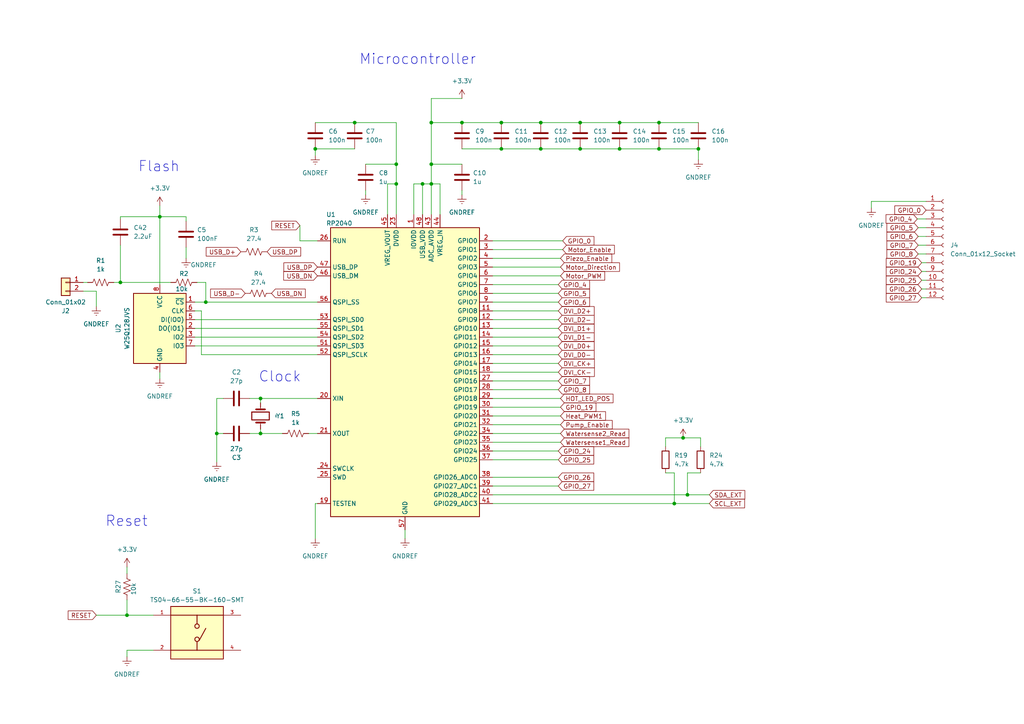
<source format=kicad_sch>
(kicad_sch (version 20230121) (generator eeschema)
  (paper "A4")
  (lib_symbols
    (symbol "Connector:Conn_01x12_Socket" (pin_names (offset 1.016) hide)
      (property "Reference" "J" (at 0 15.24 0))
      (property "Value" "Conn_01x12_Socket" (at 0 -17.78 0))
      (symbol "Conn_01x12_Socket_1_1"
        (arc (start 0 -14.732) (mid -0.5058 -15.24) (end 0 -15.748) (stroke (width 0.1524)))
        (arc (start 0 -12.192) (mid -0.5058 -12.7) (end 0 -13.208) (stroke (width 0.1524)))
        (arc (start 0 -9.652) (mid -0.5058 -10.16) (end 0 -10.668) (stroke (width 0.1524)))
        (arc (start 0 -7.112) (mid -0.5058 -7.62) (end 0 -8.128) (stroke (width 0.1524)))
        (arc (start 0 -4.572) (mid -0.5058 -5.08) (end 0 -5.588) (stroke (width 0.1524)))
        (arc (start 0 -2.032) (mid -0.5058 -2.54) (end 0 -3.048) (stroke (width 0.1524)))
        (polyline (pts (xy -1.27 -15.24) (xy -0.508 -15.24)) (stroke (width 0.1524)))
        (polyline (pts (xy -1.27 -12.7) (xy -0.508 -12.7)) (stroke (width 0.1524)))
        (polyline (pts (xy -1.27 -10.16) (xy -0.508 -10.16)) (stroke (width 0.1524)))
        (polyline (pts (xy -1.27 -7.62) (xy -0.508 -7.62)) (stroke (width 0.1524)))
        (polyline (pts (xy -1.27 -5.08) (xy -0.508 -5.08)) (stroke (width 0.1524)))
        (polyline (pts (xy -1.27 -2.54) (xy -0.508 -2.54)) (stroke (width 0.1524)))
        (polyline (pts (xy -1.27 0) (xy -0.508 0)) (stroke (width 0.1524)))
        (polyline (pts (xy -1.27 2.54) (xy -0.508 2.54)) (stroke (width 0.1524)))
        (polyline (pts (xy -1.27 5.08) (xy -0.508 5.08)) (stroke (width 0.1524)))
        (polyline (pts (xy -1.27 7.62) (xy -0.508 7.62)) (stroke (width 0.1524)))
        (polyline (pts (xy -1.27 10.16) (xy -0.508 10.16)) (stroke (width 0.1524)))
        (polyline (pts (xy -1.27 12.7) (xy -0.508 12.7)) (stroke (width 0.1524)))
        (arc (start 0 0.508) (mid -0.5058 0) (end 0 -0.508) (stroke (width 0.1524)))
        (arc (start 0 3.048) (mid -0.5058 2.54) (end 0 2.032) (stroke (width 0.1524)))
        (arc (start 0 5.588) (mid -0.5058 5.08) (end 0 4.572) (stroke (width 0.1524)))
        (arc (start 0 8.128) (mid -0.5058 7.62) (end 0 7.112) (stroke (width 0.1524)))
        (arc (start 0 10.668) (mid -0.5058 10.16) (end 0 9.652) (stroke (width 0.1524)))
        (arc (start 0 13.208) (mid -0.5058 12.7) (end 0 12.192) (stroke (width 0.1524)))
        (pin passive line (at -5.08 12.7 0) (length 3.81) (name "Pin_1") (number "1"))
        (pin passive line (at -5.08 -10.16 0) (length 3.81) (name "Pin_10") (number "10"))
        (pin passive line (at -5.08 -12.7 0) (length 3.81) (name "Pin_11") (number "11"))
        (pin passive line (at -5.08 -15.24 0) (length 3.81) (name "Pin_12") (number "12"))
        (pin passive line (at -5.08 10.16 0) (length 3.81) (name "Pin_2") (number "2"))
        (pin passive line (at -5.08 7.62 0) (length 3.81) (name "Pin_3") (number "3"))
        (pin passive line (at -5.08 5.08 0) (length 3.81) (name "Pin_4") (number "4"))
        (pin passive line (at -5.08 2.54 0) (length 3.81) (name "Pin_5") (number "5"))
        (pin passive line (at -5.08 0 0) (length 3.81) (name "Pin_6") (number "6"))
        (pin passive line (at -5.08 -2.54 0) (length 3.81) (name "Pin_7") (number "7"))
        (pin passive line (at -5.08 -5.08 0) (length 3.81) (name "Pin_8") (number "8"))
        (pin passive line (at -5.08 -7.62 0) (length 3.81) (name "Pin_9") (number "9"))
      )
    )
    (symbol "Connector_Generic:Conn_01x02" (pin_names (offset 1.016) hide)
      (property "Reference" "J" (at 0 2.54 0))
      (property "Value" "Conn_01x02" (at 0 -5.08 0))
      (symbol "Conn_01x02_1_1"
        (rectangle (start -1.27 -2.413) (end 0 -2.667) (stroke (width 0.1524)))
        (rectangle (start -1.27 0.127) (end 0 -0.127) (stroke (width 0.1524)))
        (rectangle (start -1.27 1.27) (end 1.27 -3.81) (stroke (width 0.254)) (fill (type background)))
        (pin passive line (at -5.08 0 0) (length 3.81) (name "Pin_1") (number "1"))
        (pin passive line (at -5.08 -2.54 0) (length 3.81) (name "Pin_2") (number "2"))
      )
    )
    (symbol "Device:C" (pin_numbers hide) (pin_names (offset 0.254))
      (property "Reference" "C" (at 0.635 2.54 0))
      (property "Value" "C" (at 0.635 -2.54 0))
      (symbol "C_0_1"
        (polyline (pts (xy -2.032 -0.762) (xy 2.032 -0.762)) (stroke (width 0.508)))
        (polyline (pts (xy -2.032 0.762) (xy 2.032 0.762)) (stroke (width 0.508)))
      )
      (symbol "C_1_1"
        (pin passive line (at 0 3.81 270) (length 2.794) (name "~") (number "1"))
        (pin passive line (at 0 -3.81 90) (length 2.794) (name "~") (number "2"))
      )
    )
    (symbol "Device:Crystal" (pin_numbers hide) (pin_names (offset 1.016) hide)
      (property "Reference" "Y" (at 0 3.81 0))
      (property "Value" "Crystal" (at 0 -3.81 0))
      (symbol "Crystal_0_1"
        (rectangle (start -1.143 2.54) (end 1.143 -2.54) (stroke (width 0.3048)))
        (polyline (pts (xy -2.54 0) (xy -1.905 0)))
        (polyline (pts (xy -1.905 -1.27) (xy -1.905 1.27)) (stroke (width 0.508)))
        (polyline (pts (xy 1.905 -1.27) (xy 1.905 1.27)) (stroke (width 0.508)))
        (polyline (pts (xy 2.54 0) (xy 1.905 0)))
      )
      (symbol "Crystal_1_1"
        (pin passive line (at -3.81 0 0) (length 1.27) (name "1") (number "1"))
        (pin passive line (at 3.81 0 180) (length 1.27) (name "2") (number "2"))
      )
    )
    (symbol "Device:R" (pin_numbers hide) (pin_names (offset 0))
      (property "Reference" "R" (at 2.032 0 90))
      (property "Value" "R" (at 0 0 90))
      (symbol "R_0_1"
        (rectangle (start -1.016 -2.54) (end 1.016 2.54) (stroke (width 0.254)))
      )
      (symbol "R_1_1"
        (pin passive line (at 0 3.81 270) (length 1.27) (name "~") (number "1"))
        (pin passive line (at 0 -3.81 90) (length 1.27) (name "~") (number "2"))
      )
    )
    (symbol "Device:R_US" (pin_numbers hide) (pin_names (offset 0))
      (property "Reference" "R" (at 2.54 0 90))
      (property "Value" "R_US" (at -2.54 0 90))
      (symbol "R_US_0_1"
        (polyline (pts (xy 0 -2.286) (xy 0 -2.54)))
        (polyline (pts (xy 0 2.286) (xy 0 2.54)))
        (polyline (pts (xy 0 -0.762) (xy 1.016 -1.143) (xy 0 -1.524) (xy -1.016 -1.905) (xy 0 -2.286)))
        (polyline (pts (xy 0 0.762) (xy 1.016 0.381) (xy 0 0) (xy -1.016 -0.381) (xy 0 -0.762)))
        (polyline (pts (xy 0 2.286) (xy 1.016 1.905) (xy 0 1.524) (xy -1.016 1.143) (xy 0 0.762)))
      )
      (symbol "R_US_1_1"
        (pin passive line (at 0 3.81 270) (length 1.27) (name "~") (number "1"))
        (pin passive line (at 0 -3.81 90) (length 1.27) (name "~") (number "2"))
      )
    )
    (symbol "MCU_RaspberryPi:RP2040"
      (property "Reference" "U" (at 17.78 45.72 0))
      (property "Value" "RP2040" (at 17.78 43.18 0))
      (symbol "RP2040_0_1"
        (rectangle (start -21.59 41.91) (end 21.59 -41.91) (stroke (width 0.254)) (fill (type background)))
      )
      (symbol "RP2040_1_1"
        (pin power_in line (at 2.54 45.72 270) (length 3.81) (name "IOVDD") (number "1"))
        (pin passive line (at 2.54 45.72 270) (length 3.81) hide (name "IOVDD") (number "10"))
        (pin bidirectional line (at 25.4 17.78 180) (length 3.81) (name "GPIO8") (number "11"))
        (pin bidirectional line (at 25.4 15.24 180) (length 3.81) (name "GPIO9") (number "12"))
        (pin bidirectional line (at 25.4 12.7 180) (length 3.81) (name "GPIO10") (number "13"))
        (pin bidirectional line (at 25.4 10.16 180) (length 3.81) (name "GPIO11") (number "14"))
        (pin bidirectional line (at 25.4 7.62 180) (length 3.81) (name "GPIO12") (number "15"))
        (pin bidirectional line (at 25.4 5.08 180) (length 3.81) (name "GPIO13") (number "16"))
        (pin bidirectional line (at 25.4 2.54 180) (length 3.81) (name "GPIO14") (number "17"))
        (pin bidirectional line (at 25.4 0 180) (length 3.81) (name "GPIO15") (number "18"))
        (pin input line (at -25.4 -38.1 0) (length 3.81) (name "TESTEN") (number "19"))
        (pin bidirectional line (at 25.4 38.1 180) (length 3.81) (name "GPIO0") (number "2"))
        (pin input line (at -25.4 -7.62 0) (length 3.81) (name "XIN") (number "20"))
        (pin passive line (at -25.4 -17.78 0) (length 3.81) (name "XOUT") (number "21"))
        (pin passive line (at 2.54 45.72 270) (length 3.81) hide (name "IOVDD") (number "22"))
        (pin power_in line (at -2.54 45.72 270) (length 3.81) (name "DVDD") (number "23"))
        (pin input line (at -25.4 -27.94 0) (length 3.81) (name "SWCLK") (number "24"))
        (pin bidirectional line (at -25.4 -30.48 0) (length 3.81) (name "SWD") (number "25"))
        (pin input line (at -25.4 38.1 0) (length 3.81) (name "RUN") (number "26"))
        (pin bidirectional line (at 25.4 -2.54 180) (length 3.81) (name "GPIO16") (number "27"))
        (pin bidirectional line (at 25.4 -5.08 180) (length 3.81) (name "GPIO17") (number "28"))
        (pin bidirectional line (at 25.4 -7.62 180) (length 3.81) (name "GPIO18") (number "29"))
        (pin bidirectional line (at 25.4 35.56 180) (length 3.81) (name "GPIO1") (number "3"))
        (pin bidirectional line (at 25.4 -10.16 180) (length 3.81) (name "GPIO19") (number "30"))
        (pin bidirectional line (at 25.4 -12.7 180) (length 3.81) (name "GPIO20") (number "31"))
        (pin bidirectional line (at 25.4 -15.24 180) (length 3.81) (name "GPIO21") (number "32"))
        (pin passive line (at 2.54 45.72 270) (length 3.81) hide (name "IOVDD") (number "33"))
        (pin bidirectional line (at 25.4 -17.78 180) (length 3.81) (name "GPIO22") (number "34"))
        (pin bidirectional line (at 25.4 -20.32 180) (length 3.81) (name "GPIO23") (number "35"))
        (pin bidirectional line (at 25.4 -22.86 180) (length 3.81) (name "GPIO24") (number "36"))
        (pin bidirectional line (at 25.4 -25.4 180) (length 3.81) (name "GPIO25") (number "37"))
        (pin bidirectional line (at 25.4 -30.48 180) (length 3.81) (name "GPIO26_ADC0") (number "38"))
        (pin bidirectional line (at 25.4 -33.02 180) (length 3.81) (name "GPIO27_ADC1") (number "39"))
        (pin bidirectional line (at 25.4 33.02 180) (length 3.81) (name "GPIO2") (number "4"))
        (pin bidirectional line (at 25.4 -35.56 180) (length 3.81) (name "GPIO28_ADC2") (number "40"))
        (pin bidirectional line (at 25.4 -38.1 180) (length 3.81) (name "GPIO29_ADC3") (number "41"))
        (pin passive line (at 2.54 45.72 270) (length 3.81) hide (name "IOVDD") (number "42"))
        (pin power_in line (at 7.62 45.72 270) (length 3.81) (name "ADC_AVDD") (number "43"))
        (pin power_in line (at 10.16 45.72 270) (length 3.81) (name "VREG_IN") (number "44"))
        (pin power_out line (at -5.08 45.72 270) (length 3.81) (name "VREG_VOUT") (number "45"))
        (pin bidirectional line (at -25.4 27.94 0) (length 3.81) (name "USB_DM") (number "46"))
        (pin bidirectional line (at -25.4 30.48 0) (length 3.81) (name "USB_DP") (number "47"))
        (pin power_in line (at 5.08 45.72 270) (length 3.81) (name "USB_VDD") (number "48"))
        (pin passive line (at 2.54 45.72 270) (length 3.81) hide (name "IOVDD") (number "49"))
        (pin bidirectional line (at 25.4 30.48 180) (length 3.81) (name "GPIO3") (number "5"))
        (pin passive line (at -2.54 45.72 270) (length 3.81) hide (name "DVDD") (number "50"))
        (pin bidirectional line (at -25.4 7.62 0) (length 3.81) (name "QSPI_SD3") (number "51"))
        (pin output line (at -25.4 5.08 0) (length 3.81) (name "QSPI_SCLK") (number "52"))
        (pin bidirectional line (at -25.4 15.24 0) (length 3.81) (name "QSPI_SD0") (number "53"))
        (pin bidirectional line (at -25.4 10.16 0) (length 3.81) (name "QSPI_SD2") (number "54"))
        (pin bidirectional line (at -25.4 12.7 0) (length 3.81) (name "QSPI_SD1") (number "55"))
        (pin bidirectional line (at -25.4 20.32 0) (length 3.81) (name "QSPI_SS") (number "56"))
        (pin power_in line (at 0 -45.72 90) (length 3.81) (name "GND") (number "57"))
        (pin bidirectional line (at 25.4 27.94 180) (length 3.81) (name "GPIO4") (number "6"))
        (pin bidirectional line (at 25.4 25.4 180) (length 3.81) (name "GPIO5") (number "7"))
        (pin bidirectional line (at 25.4 22.86 180) (length 3.81) (name "GPIO6") (number "8"))
        (pin bidirectional line (at 25.4 20.32 180) (length 3.81) (name "GPIO7") (number "9"))
      )
    )
    (symbol "Memory_Flash:W25Q128JVS"
      (property "Reference" "U" (at -8.89 8.89 0))
      (property "Value" "W25Q128JVS" (at 7.62 8.89 0))
      (symbol "W25Q128JVS_0_1"
        (rectangle (start -7.62 10.16) (end 7.62 -10.16) (stroke (width 0.254)) (fill (type background)))
      )
      (symbol "W25Q128JVS_1_1"
        (pin input line (at -10.16 7.62 0) (length 2.54) (name "~{CS}") (number "1"))
        (pin bidirectional line (at -10.16 0 0) (length 2.54) (name "DO(IO1)") (number "2"))
        (pin bidirectional line (at -10.16 -2.54 0) (length 2.54) (name "IO2") (number "3"))
        (pin power_in line (at 0 -12.7 90) (length 2.54) (name "GND") (number "4"))
        (pin bidirectional line (at -10.16 2.54 0) (length 2.54) (name "DI(IO0)") (number "5"))
        (pin input line (at -10.16 5.08 0) (length 2.54) (name "CLK") (number "6"))
        (pin bidirectional line (at -10.16 -5.08 0) (length 2.54) (name "IO3") (number "7"))
        (pin power_in line (at 0 12.7 270) (length 2.54) (name "VCC") (number "8"))
      )
    )
    (symbol "RESETBUTTON:TS04-66-55-BK-160-SMT" (pin_names (offset 1.016))
      (property "Reference" "S" (at -7.62 8.382 0))
      (property "Value" "TS04-66-55-BK-160-SMT" (at -7.62 -8.382 0))
      (symbol "TS04-66-55-BK-160-SMT_0_0"
        (rectangle (start -7.62 -7.62) (end 7.62 7.62) (stroke (width 0.254)) (fill (type background)))
        (circle (center 0 -1.905) (radius 0.635) (stroke (width 0.254)))
        (polyline (pts (xy 0 -5.08) (xy -7.62 -5.08)) (stroke (width 0.254)))
        (polyline (pts (xy 0 -5.08) (xy 7.62 -5.08)) (stroke (width 0.254)))
        (polyline (pts (xy 0 -2.54) (xy 0 -5.08)) (stroke (width 0.254)))
        (polyline (pts (xy 0 5.08) (xy -7.62 5.08)) (stroke (width 0.254)))
        (polyline (pts (xy 0 5.08) (xy 0 2.54)) (stroke (width 0.254)))
        (polyline (pts (xy 0 5.08) (xy 7.62 5.08)) (stroke (width 0.254)))
        (polyline (pts (xy 0.635 -2.2225) (xy 2.54 1.27)) (stroke (width 0.254)))
        (circle (center 0 1.905) (radius 0.635) (stroke (width 0.254)))
        (pin passive line (at -12.7 5.08 0) (length 5.08) (name "~") (number "1"))
        (pin passive line (at -12.7 -5.08 0) (length 5.08) (name "~") (number "2"))
        (pin passive line (at 12.7 5.08 180) (length 5.08) (name "~") (number "3"))
        (pin passive line (at 12.7 -5.08 180) (length 5.08) (name "~") (number "4"))
      )
    )
    (symbol "power:+3.3V" (power) (pin_names (offset 0))
      (property "Value" "+3.3V" (at 0 3.556 0))
      (symbol "+3.3V_0_1"
        (polyline (pts (xy -0.762 1.27) (xy 0 2.54)))
        (polyline (pts (xy 0 0) (xy 0 2.54)))
        (polyline (pts (xy 0 2.54) (xy 0.762 1.27)))
      )
      (symbol "+3.3V_1_1"
        (pin power_in line (at 0 0 90) (length 0) hide (name "+3.3V") (number "1"))
      )
    )
    (symbol "power:GNDREF" (power) (pin_names (offset 0))
      (property "Value" "GNDREF" (at 0 -3.81 0))
      (symbol "GNDREF_0_1"
        (polyline (pts (xy -0.635 -1.905) (xy 0.635 -1.905)))
        (polyline (pts (xy -0.127 -2.54) (xy 0.127 -2.54)))
        (polyline (pts (xy 0 -1.27) (xy 0 0)))
        (polyline (pts (xy 1.27 -1.27) (xy -1.27 -1.27)))
      )
      (symbol "GNDREF_1_1"
        (pin power_in line (at 0 0 270) (length 0) hide (name "GNDREF") (number "1"))
      )
    )
  )
  (junction (at 122.555 53.34))
  (junction (at 168.275 35.56))
  (junction (at 125.095 53.34))
  (junction (at 179.705 35.56))
  (junction (at 36.83 178.435))
  (junction (at 75.565 125.73))
  (junction (at 46.355 62.865))
  (junction (at 125.095 47.625))
  (junction (at 91.44 43.18))
  (junction (at 191.135 35.56))
  (junction (at 102.87 35.56))
  (junction (at 145.415 35.56))
  (junction (at 34.925 81.915))
  (junction (at 191.135 43.18))
  (junction (at 195.58 146.05))
  (junction (at 145.415 43.18))
  (junction (at 156.845 43.18))
  (junction (at 125.095 35.56))
  (junction (at 199.39 143.51))
  (junction (at 179.705 43.18))
  (junction (at 168.275 43.18))
  (junction (at 156.845 35.56))
  (junction (at 133.985 35.56))
  (junction (at 75.565 115.57))
  (junction (at 114.935 47.625))
  (junction (at 62.865 125.73))
  (junction (at 202.565 43.18))
  (junction (at 114.935 53.34))
  (junction (at 198.12 127))
  (junction (at 59.69 87.63))
  (wire (pts (xy 27.94 84.455) (xy 27.94 88.9)))
  (wire (pts (xy 34.925 81.915) (xy 49.53 81.915)))
  (wire (pts (xy 34.925 62.865) (xy 46.355 62.865)))
  (wire (pts (xy 203.2 127) (xy 203.2 129.54)))
  (wire (pts (xy 266.319 68.58) (xy 268.605 68.58)))
  (wire (pts (xy 86.995 65.405) (xy 86.995 69.85)))
  (wire (pts (xy 91.44 146.05) (xy 91.44 156.21)))
  (wire (pts (xy 191.135 43.18) (xy 202.565 43.18)))
  (wire (pts (xy 142.875 146.05) (xy 195.58 146.05)))
  (wire (pts (xy 62.865 125.73) (xy 64.77 125.73)))
  (wire (pts (xy 125.095 28.575) (xy 133.985 28.575)))
  (wire (pts (xy 193.04 129.54) (xy 193.04 127)))
  (wire (pts (xy 142.875 69.85) (xy 163.195 69.85)))
  (wire (pts (xy 127.635 53.34) (xy 125.095 53.34)))
  (wire (pts (xy 64.77 115.57) (xy 62.865 115.57)))
  (wire (pts (xy 56.515 97.79) (xy 92.075 97.79)))
  (wire (pts (xy 267.335 83.82) (xy 268.605 83.82)))
  (wire (pts (xy 36.83 164.465) (xy 36.83 166.37)))
  (wire (pts (xy 142.875 102.87) (xy 161.925 102.87)))
  (wire (pts (xy 106.045 47.625) (xy 114.935 47.625)))
  (wire (pts (xy 56.515 92.71) (xy 92.075 92.71)))
  (wire (pts (xy 142.875 90.17) (xy 161.925 90.17)))
  (wire (pts (xy 156.845 35.56) (xy 168.275 35.56)))
  (wire (pts (xy 75.565 115.57) (xy 92.075 115.57)))
  (wire (pts (xy 142.875 120.65) (xy 162.56 120.65)))
  (wire (pts (xy 179.705 35.56) (xy 191.135 35.56)))
  (wire (pts (xy 91.44 43.18) (xy 91.44 45.085)))
  (wire (pts (xy 267.335 81.28) (xy 268.605 81.28)))
  (wire (pts (xy 57.15 81.915) (xy 59.69 81.915)))
  (wire (pts (xy 112.395 62.23) (xy 112.395 53.34)))
  (wire (pts (xy 36.83 178.435) (xy 44.45 178.435)))
  (wire (pts (xy 114.935 35.56) (xy 114.935 47.625)))
  (wire (pts (xy 142.875 92.71) (xy 161.925 92.71)))
  (wire (pts (xy 24.13 84.455) (xy 27.94 84.455)))
  (wire (pts (xy 142.875 85.09) (xy 161.925 85.09)))
  (wire (pts (xy 56.515 100.33) (xy 92.075 100.33)))
  (wire (pts (xy 168.275 43.18) (xy 179.705 43.18)))
  (wire (pts (xy 58.42 90.17) (xy 58.42 102.87)))
  (wire (pts (xy 46.355 107.95) (xy 46.355 109.855)))
  (wire (pts (xy 114.935 47.625) (xy 114.935 53.34)))
  (wire (pts (xy 142.875 113.03) (xy 161.925 113.03)))
  (wire (pts (xy 203.2 137.16) (xy 199.39 137.16)))
  (wire (pts (xy 75.565 124.46) (xy 75.565 125.73)))
  (wire (pts (xy 56.515 90.17) (xy 58.42 90.17)))
  (wire (pts (xy 267.335 76.2) (xy 268.605 76.2)))
  (wire (pts (xy 120.015 62.23) (xy 120.015 53.34)))
  (wire (pts (xy 127.635 62.23) (xy 127.635 53.34)))
  (wire (pts (xy 122.555 53.34) (xy 125.095 53.34)))
  (wire (pts (xy 191.135 35.56) (xy 202.565 35.56)))
  (wire (pts (xy 86.995 69.85) (xy 92.075 69.85)))
  (wire (pts (xy 161.925 138.43) (xy 142.875 138.43)))
  (wire (pts (xy 142.875 143.51) (xy 199.39 143.51)))
  (wire (pts (xy 117.475 153.67) (xy 117.475 156.21)))
  (wire (pts (xy 59.69 87.63) (xy 92.075 87.63)))
  (wire (pts (xy 199.39 137.16) (xy 199.39 143.51)))
  (wire (pts (xy 24.13 81.915) (xy 25.4 81.915)))
  (wire (pts (xy 267.335 86.36) (xy 268.605 86.36)))
  (wire (pts (xy 142.875 95.25) (xy 161.925 95.25)))
  (wire (pts (xy 133.985 55.245) (xy 133.985 56.515)))
  (wire (pts (xy 34.925 63.5) (xy 34.925 62.865)))
  (wire (pts (xy 142.875 133.35) (xy 161.925 133.35)))
  (wire (pts (xy 56.515 87.63) (xy 59.69 87.63)))
  (wire (pts (xy 162.56 118.11) (xy 142.875 118.11)))
  (wire (pts (xy 91.44 43.18) (xy 102.87 43.18)))
  (wire (pts (xy 252.73 58.42) (xy 252.73 60.325)))
  (wire (pts (xy 58.42 102.87) (xy 92.075 102.87)))
  (wire (pts (xy 179.705 43.18) (xy 191.135 43.18)))
  (wire (pts (xy 114.935 53.34) (xy 114.935 62.23)))
  (wire (pts (xy 142.875 110.49) (xy 161.925 110.49)))
  (wire (pts (xy 56.515 95.25) (xy 92.075 95.25)))
  (wire (pts (xy 75.565 125.73) (xy 81.915 125.73)))
  (wire (pts (xy 142.875 80.01) (xy 162.56 80.01)))
  (wire (pts (xy 44.45 188.595) (xy 36.83 188.595)))
  (wire (pts (xy 199.39 143.51) (xy 205.74 143.51)))
  (wire (pts (xy 142.875 128.27) (xy 162.56 128.27)))
  (wire (pts (xy 112.395 53.34) (xy 114.935 53.34)))
  (wire (pts (xy 89.535 125.73) (xy 92.075 125.73)))
  (wire (pts (xy 36.83 178.435) (xy 27.94 178.435)))
  (wire (pts (xy 53.975 71.755) (xy 53.975 74.93)))
  (wire (pts (xy 161.925 140.97) (xy 142.875 140.97)))
  (wire (pts (xy 195.58 146.05) (xy 205.74 146.05)))
  (wire (pts (xy 122.555 62.23) (xy 122.555 53.34)))
  (wire (pts (xy 198.12 127) (xy 203.2 127)))
  (wire (pts (xy 142.875 125.73) (xy 162.56 125.73)))
  (wire (pts (xy 142.875 100.33) (xy 161.925 100.33)))
  (wire (pts (xy 142.875 77.47) (xy 162.56 77.47)))
  (wire (pts (xy 202.565 43.18) (xy 202.565 46.355)))
  (wire (pts (xy 142.875 123.19) (xy 162.56 123.19)))
  (wire (pts (xy 142.875 82.55) (xy 161.925 82.55)))
  (wire (pts (xy 142.875 107.95) (xy 161.925 107.95)))
  (wire (pts (xy 266.319 66.04) (xy 268.605 66.04)))
  (wire (pts (xy 145.415 35.56) (xy 156.845 35.56)))
  (wire (pts (xy 266.319 73.66) (xy 268.605 73.66)))
  (wire (pts (xy 106.045 55.245) (xy 106.045 56.515)))
  (wire (pts (xy 91.44 146.05) (xy 92.075 146.05)))
  (wire (pts (xy 195.58 137.16) (xy 195.58 146.05)))
  (wire (pts (xy 72.39 115.57) (xy 75.565 115.57)))
  (wire (pts (xy 62.865 115.57) (xy 62.865 125.73)))
  (wire (pts (xy 142.875 105.41) (xy 161.925 105.41)))
  (wire (pts (xy 53.975 62.865) (xy 53.975 64.135)))
  (wire (pts (xy 91.44 35.56) (xy 102.87 35.56)))
  (wire (pts (xy 59.69 87.63) (xy 59.69 81.915)))
  (wire (pts (xy 46.355 59.69) (xy 46.355 62.865)))
  (wire (pts (xy 125.095 35.56) (xy 125.095 47.625)))
  (wire (pts (xy 142.875 97.79) (xy 161.925 97.79)))
  (wire (pts (xy 125.095 35.56) (xy 133.985 35.56)))
  (wire (pts (xy 142.875 115.57) (xy 162.56 115.57)))
  (wire (pts (xy 142.875 87.63) (xy 161.925 87.63)))
  (wire (pts (xy 168.275 35.56) (xy 179.705 35.56)))
  (wire (pts (xy 72.39 125.73) (xy 75.565 125.73)))
  (wire (pts (xy 62.865 125.73) (xy 62.865 133.985)))
  (wire (pts (xy 195.58 137.16) (xy 193.04 137.16)))
  (wire (pts (xy 46.355 62.865) (xy 46.355 82.55)))
  (wire (pts (xy 267.335 78.74) (xy 268.605 78.74)))
  (wire (pts (xy 33.02 81.915) (xy 34.925 81.915)))
  (wire (pts (xy 125.095 53.34) (xy 125.095 62.23)))
  (wire (pts (xy 46.355 62.865) (xy 53.975 62.865)))
  (wire (pts (xy 156.845 43.18) (xy 168.275 43.18)))
  (wire (pts (xy 266.065 63.5) (xy 268.605 63.5)))
  (wire (pts (xy 120.015 53.34) (xy 122.555 53.34)))
  (wire (pts (xy 142.875 72.39) (xy 163.195 72.39)))
  (wire (pts (xy 125.095 47.625) (xy 133.985 47.625)))
  (wire (pts (xy 34.925 81.915) (xy 34.925 71.12)))
  (wire (pts (xy 142.875 74.93) (xy 162.56 74.93)))
  (wire (pts (xy 268.605 58.42) (xy 252.73 58.42)))
  (wire (pts (xy 133.985 35.56) (xy 145.415 35.56)))
  (wire (pts (xy 36.83 173.99) (xy 36.83 178.435)))
  (wire (pts (xy 125.095 47.625) (xy 125.095 53.34)))
  (wire (pts (xy 266.319 71.12) (xy 268.605 71.12)))
  (wire (pts (xy 36.83 188.595) (xy 36.83 190.5)))
  (wire (pts (xy 145.415 43.18) (xy 156.845 43.18)))
  (wire (pts (xy 75.565 116.84) (xy 75.565 115.57)))
  (wire (pts (xy 193.04 127) (xy 198.12 127)))
  (wire (pts (xy 142.875 130.81) (xy 161.925 130.81)))
  (wire (pts (xy 133.985 43.18) (xy 145.415 43.18)))
  (wire (pts (xy 125.095 28.575) (xy 125.095 35.56)))
  (wire (pts (xy 102.87 35.56) (xy 114.935 35.56)))
  (text "Microcontroller" (at 104.14 19.05 0) (effects (font (size 3 3)) (justify left bottom)))
  (text "Flash" (at 40.005 50.165 0) (effects (font (size 3 3)) (justify left bottom)))
  (text "Reset" (at 30.48 153.035 0) (effects (font (size 3 3)) (justify left bottom)))
  (text "Clock" (at 74.93 111.125 0) (effects (font (size 3 3)) (justify left bottom)))
  (global_label "SCL_EXT" (shape input) (at 205.74 146.05 0) (property "Intersheetrefs" "${INTERSHEET_REFS}" (effects hide)))
  (global_label "Motor_PWM" (shape input) (at 162.56 80.01 0) (property "Intersheetrefs" "${INTERSHEET_REFS}" (effects hide)))
  (global_label "USB_D-" (shape input) (at 71.12 85.09 180) (property "Intersheetrefs" "${INTERSHEET_REFS}" (effects hide)))
  (global_label "GPIO_27" (shape input) (at 267.335 86.36 180) (property "Intersheetrefs" "${INTERSHEET_REFS}" (effects hide)))
  (global_label "RESET" (shape input) (at 86.995 65.405 180) (property "Intersheetrefs" "${INTERSHEET_REFS}" (effects hide)))
  (global_label "GPIO_0" (shape input) (at 268.605 60.96 180) (property "Intersheetrefs" "${INTERSHEET_REFS}" (effects hide)))
  (global_label "DVI_D0+" (shape input) (at 161.925 100.33 0) (property "Intersheetrefs" "${INTERSHEET_REFS}" (effects hide)))
  (global_label "USB_D+" (shape input) (at 69.85 73.025 180) (property "Intersheetrefs" "${INTERSHEET_REFS}" (effects hide)))
  (global_label "GPIO_4" (shape input) (at 266.065 63.5 180) (property "Intersheetrefs" "${INTERSHEET_REFS}" (effects hide)))
  (global_label "GPIO_7" (shape input) (at 266.319 71.12 180) (property "Intersheetrefs" "${INTERSHEET_REFS}" (effects hide)))
  (global_label "USB_DN" (shape input) (at 92.075 80.01 180) (property "Intersheetrefs" "${INTERSHEET_REFS}" (effects hide)))
  (global_label "DVI_D0-" (shape input) (at 161.925 102.87 0) (property "Intersheetrefs" "${INTERSHEET_REFS}" (effects hide)))
  (global_label "USB_DP" (shape input) (at 77.47 73.025 0) (property "Intersheetrefs" "${INTERSHEET_REFS}" (effects hide)))
  (global_label "GPIO_6" (shape input) (at 161.925 87.63 0) (property "Intersheetrefs" "${INTERSHEET_REFS}" (effects hide)))
  (global_label "USB_DN" (shape input) (at 78.74 85.09 0) (property "Intersheetrefs" "${INTERSHEET_REFS}" (effects hide)))
  (global_label "GPIO_5" (shape input) (at 266.319 66.04 180) (property "Intersheetrefs" "${INTERSHEET_REFS}" (effects hide)))
  (global_label "RESET" (shape input) (at 27.94 178.435 180) (property "Intersheetrefs" "${INTERSHEET_REFS}" (effects hide)))
  (global_label "DVI_CK-" (shape input) (at 161.925 107.95 0) (property "Intersheetrefs" "${INTERSHEET_REFS}" (effects hide)))
  (global_label "DVI_D1-" (shape input) (at 161.925 97.79 0) (property "Intersheetrefs" "${INTERSHEET_REFS}" (effects hide)))
  (global_label "GPIO_5" (shape input) (at 161.925 85.09 0) (property "Intersheetrefs" "${INTERSHEET_REFS}" (effects hide)))
  (global_label "DVI_CK+" (shape input) (at 161.925 105.41 0) (property "Intersheetrefs" "${INTERSHEET_REFS}" (effects hide)))
  (global_label "Piezo_Enable" (shape input) (at 162.56 74.93 0) (property "Intersheetrefs" "${INTERSHEET_REFS}" (effects hide)))
  (global_label "GPIO_19" (shape input) (at 267.335 76.2 180) (property "Intersheetrefs" "${INTERSHEET_REFS}" (effects hide)))
  (global_label "GPIO_8" (shape input) (at 266.319 73.66 180) (property "Intersheetrefs" "${INTERSHEET_REFS}" (effects hide)))
  (global_label "GPIO_6" (shape input) (at 266.319 68.58 180) (property "Intersheetrefs" "${INTERSHEET_REFS}" (effects hide)))
  (global_label "GPIO_4" (shape input) (at 161.925 82.55 0) (property "Intersheetrefs" "${INTERSHEET_REFS}" (effects hide)))
  (global_label "DVI_D2+" (shape input) (at 161.925 90.17 0) (property "Intersheetrefs" "${INTERSHEET_REFS}" (effects hide)))
  (global_label "GPIO_0" (shape input) (at 163.195 69.85 0) (property "Intersheetrefs" "${INTERSHEET_REFS}" (effects hide)))
  (global_label "GPIO_25" (shape input) (at 161.925 133.35 0) (property "Intersheetrefs" "${INTERSHEET_REFS}" (effects hide)))
  (global_label "DVI_D1+" (shape input) (at 161.925 95.25 0) (property "Intersheetrefs" "${INTERSHEET_REFS}" (effects hide)))
  (global_label "Watersense1_Read" (shape input) (at 162.56 128.27 0) (property "Intersheetrefs" "${INTERSHEET_REFS}" (effects hide)))
  (global_label "Motor_Enable" (shape input) (at 163.195 72.39 0) (property "Intersheetrefs" "${INTERSHEET_REFS}" (effects hide)))
  (global_label "Heat_PWM1" (shape input) (at 162.56 120.65 0) (property "Intersheetrefs" "${INTERSHEET_REFS}" (effects hide)))
  (global_label "GPIO_26" (shape input) (at 267.335 83.82 180) (property "Intersheetrefs" "${INTERSHEET_REFS}" (effects hide)))
  (global_label "GPIO_25" (shape input) (at 267.335 81.28 180) (property "Intersheetrefs" "${INTERSHEET_REFS}" (effects hide)))
  (global_label "GPIO_19" (shape input) (at 162.56 118.11 0) (property "Intersheetrefs" "${INTERSHEET_REFS}" (effects hide)))
  (global_label "DVI_D2-" (shape input) (at 161.925 92.71 0) (property "Intersheetrefs" "${INTERSHEET_REFS}" (effects hide)))
  (global_label "SDA_EXT" (shape input) (at 205.74 143.51 0) (property "Intersheetrefs" "${INTERSHEET_REFS}" (effects hide)))
  (global_label "Watersense2_Read" (shape input) (at 162.56 125.73 0) (property "Intersheetrefs" "${INTERSHEET_REFS}" (effects hide)))
  (global_label "GPIO_24" (shape input) (at 161.925 130.81 0) (property "Intersheetrefs" "${INTERSHEET_REFS}" (effects hide)))
  (global_label "USB_DP" (shape input) (at 92.075 77.47 180) (property "Intersheetrefs" "${INTERSHEET_REFS}" (effects hide)))
  (global_label "GPIO_24" (shape input) (at 267.335 78.74 180) (property "Intersheetrefs" "${INTERSHEET_REFS}" (effects hide)))
  (global_label "Pump_Enable" (shape input) (at 162.56 123.19 0) (property "Intersheetrefs" "${INTERSHEET_REFS}" (effects hide)))
  (global_label "HOT_LED_POS" (shape input) (at 162.56 115.57 0) (property "Intersheetrefs" "${INTERSHEET_REFS}" (effects hide)))
  (global_label "Motor_Direction" (shape input) (at 162.56 77.47 0) (property "Intersheetrefs" "${INTERSHEET_REFS}" (effects hide)))
  (global_label "GPIO_27" (shape input) (at 161.925 140.97 0) (property "Intersheetrefs" "${INTERSHEET_REFS}" (effects hide)))
  (global_label "GPIO_8" (shape input) (at 161.925 113.03 0) (property "Intersheetrefs" "${INTERSHEET_REFS}" (effects hide)))
  (global_label "GPIO_7" (shape input) (at 161.925 110.49 0) (property "Intersheetrefs" "${INTERSHEET_REFS}" (effects hide)))
  (global_label "GPIO_26" (shape input) (at 161.925 138.43 0) (property "Intersheetrefs" "${INTERSHEET_REFS}" (effects hide)))
  (symbol (lib_id "power:GNDREF") (at 91.44 156.21 0) (mirror y) (unit 1)
    (property "Reference" "#PWR02" (effects hide))
    (property "Value" "GNDREF" (at 91.44 161.29 0))
  )
  (symbol (lib_id "power:GNDREF") (at 117.475 156.21 0) (unit 1)
    (property "Reference" "#PWR01" (effects hide))
    (property "Value" "GNDREF" (at 117.475 161.29 0))
  )
  (symbol (lib_id "RESETBUTTON:TS04-66-55-BK-160-SMT") (at 57.15 183.515 0) (unit 1)
    (property "Reference" "S1" (at 57.15 171.45 0))
    (property "Value" "TS04-66-55-BK-160-SMT" (at 57.15 173.99 0))
    (property "Footprint" "footprints:RESETBUTTON" (effects hide))
    (property "PARTREV" "1.0" (effects hide))
    (property "MANUFACTURER" "CUI Devices" (effects hide))
    (property "STANDARD" "Manufacturer Recommendations" (effects hide))
  )
  (symbol (lib_id "power:+3.3V") (at 36.83 164.465 0) (unit 1)
    (property "Reference" "#PWR080" (effects hide))
    (property "Value" "+3.3V" (at 36.83 159.385 0))
  )
  (symbol (lib_id "Device:R_US") (at 29.21 81.915 90) (unit 1)
    (property "Reference" "R1" (at 29.21 75.565 90))
    (property "Value" "1k" (at 29.21 78.105 90))
    (property "Footprint" "footprints:RESC2012X60N" (effects hide))
  )
  (symbol (lib_id "Connector:Conn_01x12_Socket") (at 273.685 71.12 0) (unit 1)
    (property "Reference" "J4" (at 275.59 71.12 0) (effects (justify left)))
    (property "Value" "Conn_01x12_Socket" (at 275.59 73.66 0) (effects (justify left)))
    (property "Footprint" "Connector_PinSocket_2.54mm:PinSocket_1x12_P2.54mm_Vertical" (effects hide))
  )
  (symbol (lib_id "power:GNDREF") (at 53.975 74.93 0) (mirror y) (unit 1)
    (property "Reference" "#PWR011" (effects hide))
    (property "Value" "GNDREF" (at 59.055 76.835 0))
  )
  (symbol (lib_id "Device:C") (at 156.845 39.37 0) (unit 1)
    (property "Reference" "C12" (at 160.655 38.1 0) (effects (justify left)))
    (property "Value" "100n" (at 160.655 40.64 0) (effects (justify left)))
    (property "Footprint" "footprints:CAPC2012X94N" (effects hide))
  )
  (symbol (lib_id "Device:C") (at 102.87 39.37 0) (unit 1)
    (property "Reference" "C7" (at 106.045 38.1 0) (effects (justify left)))
    (property "Value" "100n" (at 106.045 40.64 0) (effects (justify left)))
    (property "Footprint" "footprints:CAPC2012X94N" (effects hide))
  )
  (symbol (lib_id "Device:C") (at 202.565 39.37 0) (unit 1)
    (property "Reference" "C16" (at 206.375 38.1 0) (effects (justify left)))
    (property "Value" "100n" (at 206.375 40.64 0) (effects (justify left)))
    (property "Footprint" "footprints:CAPC2012X94N" (effects hide))
  )
  (symbol (lib_id "power:GNDREF") (at 252.73 60.325 0) (unit 1)
    (property "Reference" "#PWR079" (effects hide))
    (property "Value" "GNDREF" (at 252.73 65.405 0))
  )
  (symbol (lib_id "Device:C") (at 168.275 39.37 0) (unit 1)
    (property "Reference" "C13" (at 172.085 38.1 0) (effects (justify left)))
    (property "Value" "100n" (at 172.085 40.64 0) (effects (justify left)))
    (property "Footprint" "footprints:CAPC2012X94N" (effects hide))
  )
  (symbol (lib_id "Device:R_US") (at 53.34 81.915 90) (unit 1)
    (property "Reference" "R2" (at 53.34 79.375 90))
    (property "Value" "10k" (at 52.705 83.82 90))
    (property "Footprint" "footprints:RESC2012X60N" (effects hide))
  )
  (symbol (lib_id "Device:R_US") (at 85.725 125.73 90) (unit 1)
    (property "Reference" "R5" (at 85.725 120.015 90))
    (property "Value" "1k" (at 85.725 122.555 90))
    (property "Footprint" "footprints:RESC2012X60N" (effects hide))
  )
  (symbol (lib_id "Device:C") (at 53.975 67.945 0) (unit 1)
    (property "Reference" "C5" (at 57.15 66.675 0) (effects (justify left)))
    (property "Value" "100nF" (at 57.15 69.215 0) (effects (justify left)))
    (property "Footprint" "footprints:CAPC2012X94N" (effects hide))
  )
  (symbol (lib_id "Connector_Generic:Conn_01x02") (at 19.05 81.915 0) (mirror y) (unit 1)
    (property "Reference" "J2" (at 19.05 90.17 0))
    (property "Value" "Conn_01x02" (at 19.05 87.63 0))
    (property "Footprint" "footprints:CON_5025840270_MOL" (effects hide))
  )
  (symbol (lib_id "Device:R_US") (at 73.66 73.025 90) (unit 1)
    (property "Reference" "R3" (at 73.66 66.675 90))
    (property "Value" "27.4" (at 73.66 69.215 90))
    (property "Footprint" "footprints:RESC2012X60N" (effects hide))
  )
  (symbol (lib_id "Device:Crystal") (at 75.565 120.65 270) (unit 1)
    (property "Reference" "Y1" (at 80.01 120.65 90) (effects (justify left)))
    (property "Value" "~" (at 80.01 120.65 0))
    (property "Footprint" "footprints:XTAL_ABLS-12.000MHZ-B4-T" (effects hide))
  )
  (symbol (lib_id "Device:C") (at 34.925 67.31 0) (unit 1)
    (property "Reference" "C42" (at 38.735 66.04 0) (effects (justify left)))
    (property "Value" "2.2uF" (at 38.735 68.58 0) (effects (justify left)))
    (property "Footprint" "footprints:CAPC2012X94N" (effects hide))
  )
  (symbol (lib_id "power:+3.3V") (at 198.12 127 0) (unit 1)
    (property "Reference" "#PWR058" (effects hide))
    (property "Value" "+3.3V" (at 198.12 121.92 0))
  )
  (symbol (lib_id "Device:C") (at 179.705 39.37 0) (unit 1)
    (property "Reference" "C14" (at 183.515 38.1 0) (effects (justify left)))
    (property "Value" "100n" (at 183.515 40.64 0) (effects (justify left)))
    (property "Footprint" "footprints:CAPC2012X94N" (effects hide))
  )
  (symbol (lib_id "Memory_Flash:W25Q128JVS") (at 46.355 95.25 0) (mirror y) (unit 1)
    (property "Reference" "U2" (at 34.29 95.25 90))
    (property "Value" "W25Q128JVS" (at 36.83 95.25 90))
    (property "Footprint" "footprints:W25Q128JVSIM_footprint" (effects hide))
    (property "Datasheet" "http://www.winbond.com/resource-files/w25q128jv_dtr%20revc%2003272018%20plus.pdf" (effects hide))
  )
  (symbol (lib_id "power:GNDREF") (at 106.045 56.515 0) (mirror y) (unit 1)
    (property "Reference" "#PWR08" (effects hide))
    (property "Value" "GNDREF" (at 106.045 61.595 0))
  )
  (symbol (lib_id "Device:R_US") (at 74.93 85.09 90) (unit 1)
    (property "Reference" "R4" (at 74.93 79.375 90))
    (property "Value" "27.4" (at 74.93 81.915 90))
    (property "Footprint" "footprints:RESC2012X60N" (effects hide))
  )
  (symbol (lib_id "Device:C") (at 133.985 51.435 0) (unit 1)
    (property "Reference" "C10" (at 137.16 50.165 0) (effects (justify left)))
    (property "Value" "1u" (at 137.16 52.705 0) (effects (justify left)))
    (property "Footprint" "footprints:CAPC2012X94N" (effects hide))
  )
  (symbol (lib_id "Device:R") (at 193.04 133.35 0) (unit 1)
    (property "Reference" "R19" (at 195.58 132.08 0) (effects (justify left)))
    (property "Value" "4.7k" (at 195.58 134.62 0) (effects (justify left)))
    (property "Footprint" "footprints:RESC2012X60N" (effects hide))
  )
  (symbol (lib_id "power:GNDREF") (at 27.94 88.9 0) (mirror y) (unit 1)
    (property "Reference" "#PWR012" (effects hide))
    (property "Value" "GNDREF" (at 27.94 93.98 0))
  )
  (symbol (lib_id "Device:R_US") (at 36.83 170.18 180) (unit 1)
    (property "Reference" "R27" (at 34.29 170.18 90))
    (property "Value" "10k" (at 38.735 170.815 90))
    (property "Footprint" "footprints:RESC2012X60N" (effects hide))
  )
  (symbol (lib_id "power:GNDREF") (at 62.865 133.985 0) (mirror y) (unit 1)
    (property "Reference" "#PWR013" (effects hide))
    (property "Value" "GNDREF" (at 62.865 139.065 0))
  )
  (symbol (lib_id "power:GNDREF") (at 133.985 56.515 0) (mirror y) (unit 1)
    (property "Reference" "#PWR03" (effects hide))
    (property "Value" "GNDREF" (at 133.985 61.595 0))
  )
  (symbol (lib_id "Device:C") (at 68.58 115.57 90) (unit 1)
    (property "Reference" "C2" (at 68.58 107.95 90))
    (property "Value" "27p" (at 68.58 110.49 90))
    (property "Footprint" "footprints:CAPC2012X94N" (effects hide))
  )
  (symbol (lib_id "power:GNDREF") (at 46.355 109.855 0) (mirror y) (unit 1)
    (property "Reference" "#PWR09" (effects hide))
    (property "Value" "GNDREF" (at 46.355 114.935 0))
  )
  (symbol (lib_id "Device:R") (at 203.2 133.35 0) (unit 1)
    (property "Reference" "R24" (at 205.74 132.08 0) (effects (justify left)))
    (property "Value" "4.7k" (at 205.74 134.62 0) (effects (justify left)))
    (property "Footprint" "footprints:RESC2012X60N" (effects hide))
  )
  (symbol (lib_id "power:GNDREF") (at 91.44 45.085 0) (mirror y) (unit 1)
    (property "Reference" "#PWR06" (effects hide))
    (property "Value" "GNDREF" (at 91.44 50.165 0))
  )
  (symbol (lib_id "Device:C") (at 106.045 51.435 0) (unit 1)
    (property "Reference" "C8" (at 109.855 50.165 0) (effects (justify left)))
    (property "Value" "1u" (at 109.855 52.705 0) (effects (justify left)))
    (property "Footprint" "footprints:CAPC2012X94N" (effects hide))
  )
  (symbol (lib_id "power:GNDREF") (at 36.83 190.5 0) (mirror y) (unit 1)
    (property "Reference" "#PWR086" (effects hide))
    (property "Value" "GNDREF" (at 36.83 195.58 0))
  )
  (symbol (lib_id "power:+3.3V") (at 46.355 59.69 0) (unit 1)
    (property "Reference" "#PWR05" (effects hide))
    (property "Value" "+3.3V" (at 46.355 54.61 0))
  )
  (symbol (lib_id "Device:C") (at 91.44 39.37 0) (unit 1)
    (property "Reference" "C6" (at 95.25 38.1 0) (effects (justify left)))
    (property "Value" "100n" (at 95.25 40.64 0) (effects (justify left)))
    (property "Footprint" "footprints:CAPC2012X94N" (effects hide))
  )
  (symbol (lib_id "power:+3.3V") (at 133.985 28.575 0) (unit 1)
    (property "Reference" "#PWR053" (effects hide))
    (property "Value" "+3.3V" (at 133.985 23.495 0))
  )
  (symbol (lib_id "Device:C") (at 191.135 39.37 0) (unit 1)
    (property "Reference" "C15" (at 194.945 38.1 0) (effects (justify left)))
    (property "Value" "100n" (at 194.945 40.64 0) (effects (justify left)))
    (property "Footprint" "footprints:CAPC2012X94N" (effects hide))
  )
  (symbol (lib_id "Device:C") (at 133.985 39.37 0) (unit 1)
    (property "Reference" "C9" (at 137.795 38.1 0) (effects (justify left)))
    (property "Value" "100n" (at 137.795 40.64 0) (effects (justify left)))
    (property "Footprint" "footprints:CAPC2012X94N" (effects hide))
  )
  (symbol (lib_id "power:GNDREF") (at 202.565 46.355 0) (mirror y) (unit 1)
    (property "Reference" "#PWR04" (effects hide))
    (property "Value" "GNDREF" (at 202.565 51.435 0))
  )
  (symbol (lib_id "MCU_RaspberryPi:RP2040") (at 117.475 107.95 0) (unit 1)
    (property "Reference" "U1" (at 94.615 62.23 0) (effects (justify left)))
    (property "Value" "RP2040" (at 94.615 64.77 0) (effects (justify left)))
    (property "Footprint" "footprints:RP2040_Footprint" (effects hide))
    (property "Datasheet" "https://datasheets.raspberrypi.com/rp2040/rp2040-datasheet.pdf" (effects hide))
  )
  (symbol (lib_id "Device:C") (at 145.415 39.37 0) (unit 1)
    (property "Reference" "C11" (at 149.225 38.1 0) (effects (justify left)))
    (property "Value" "100n" (at 149.225 40.64 0) (effects (justify left)))
    (property "Footprint" "footprints:CAPC2012X94N" (effects hide))
  )
  (symbol (lib_id "Device:C") (at 68.58 125.73 90) (mirror x) (unit 1)
    (property "Reference" "C3" (at 68.58 132.715 90))
    (property "Value" "27p" (at 68.58 130.175 90))
    (property "Footprint" "footprints:CAPC2012X94N" (effects hide))
  )
)
</source>
